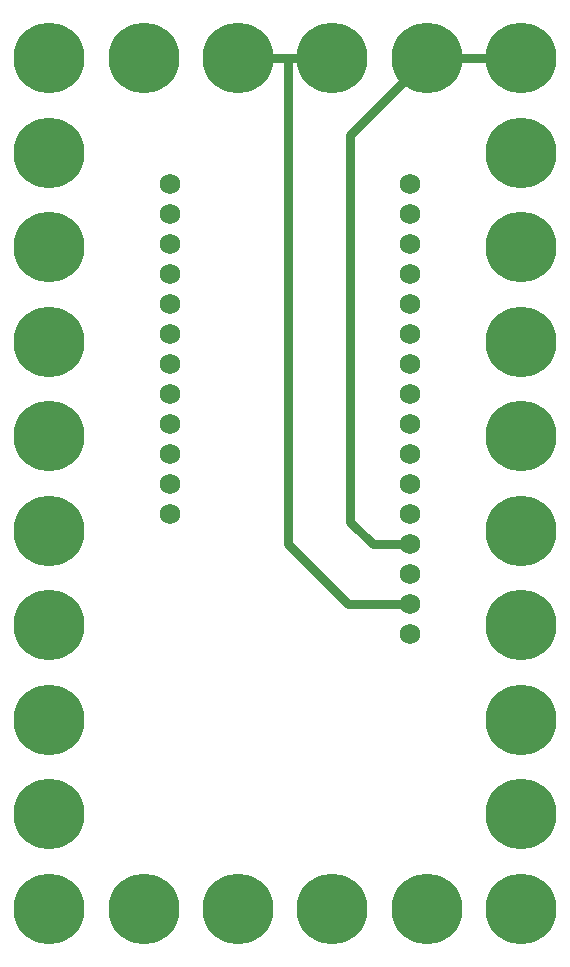
<source format=gbl>
%TF.GenerationSoftware,KiCad,Pcbnew,4.0.7-e2-6376~58~ubuntu16.04.1*%
%TF.CreationDate,2018-02-08T09:12:14-08:00*%
%TF.ProjectId,6x10-Feather-Bluefruit-LE,367831302D466561746865722D426C75,1.0*%
%TF.FileFunction,Copper,L2,Bot,Signal*%
%FSLAX46Y46*%
G04 Gerber Fmt 4.6, Leading zero omitted, Abs format (unit mm)*
G04 Created by KiCad (PCBNEW 4.0.7-e2-6376~58~ubuntu16.04.1) date Thu Feb  8 09:12:14 2018*
%MOMM*%
%LPD*%
G01*
G04 APERTURE LIST*
%ADD10C,0.350000*%
%ADD11C,1.727200*%
%ADD12C,6.000000*%
%ADD13C,0.762000*%
%ADD14C,0.350000*%
G04 APERTURE END LIST*
D10*
D11*
X57907800Y-75390600D03*
X57907800Y-72850600D03*
X57907800Y-70310600D03*
X57907800Y-65230600D03*
X57907800Y-62690600D03*
X57907800Y-60150600D03*
X57907800Y-57610600D03*
X57907800Y-55070600D03*
X57907800Y-52530600D03*
X57907800Y-49990600D03*
X57907800Y-47450600D03*
X57907800Y-44910600D03*
X57907800Y-42370600D03*
X57907800Y-39830600D03*
X37587800Y-39830600D03*
X37587800Y-47450600D03*
X37587800Y-52530600D03*
X37587800Y-49990600D03*
X37587800Y-62690600D03*
X37587800Y-60150600D03*
X37587800Y-57610600D03*
X37587800Y-55070600D03*
X37587800Y-65230600D03*
X37587800Y-42370600D03*
X37587800Y-44910600D03*
D12*
X27359800Y-66653600D03*
X27360800Y-74653600D03*
X27360800Y-90653600D03*
X27360800Y-58653600D03*
X27360800Y-82653600D03*
X27359800Y-50653600D03*
X27359800Y-42653600D03*
X27360800Y-98653600D03*
X35359800Y-98653600D03*
X43359800Y-98653600D03*
X59359800Y-98653600D03*
X43359800Y-26653600D03*
X51359800Y-26653600D03*
X27360800Y-26653600D03*
X35359800Y-26653600D03*
X67359800Y-26653600D03*
X67359800Y-42653600D03*
X67359800Y-50653600D03*
X67359800Y-58653600D03*
X67359800Y-66653600D03*
X67359800Y-74653600D03*
X67359800Y-82653600D03*
X67359800Y-90653600D03*
X67359800Y-98653600D03*
D11*
X37587800Y-37290600D03*
X57907800Y-37290600D03*
D12*
X27359800Y-34653600D03*
X67359800Y-34653600D03*
D11*
X57907800Y-67832100D03*
D12*
X51359800Y-98653600D03*
X59359800Y-26653600D03*
D13*
X47602440Y-67795440D02*
X52657600Y-72850600D01*
X52657600Y-72850600D02*
X57907800Y-72850600D01*
X47602440Y-26653600D02*
X47602440Y-67795440D01*
X43359800Y-26653600D02*
X47602440Y-26653600D01*
X47602440Y-26653600D02*
X51359800Y-26653600D01*
X59359800Y-26653600D02*
X52857400Y-33156000D01*
X52857400Y-33156000D02*
X52857400Y-65887600D01*
X52857400Y-65887600D02*
X54801900Y-67832100D01*
X54801900Y-67832100D02*
X57907800Y-67832100D01*
X59359800Y-26653600D02*
X63602440Y-26653600D01*
X63602440Y-26653600D02*
X67359800Y-26653600D01*
D14*
X57907800Y-75390600D03*
X57907800Y-72850600D03*
X57907800Y-70310600D03*
X57907800Y-65230600D03*
X57907800Y-62690600D03*
X57907800Y-60150600D03*
X57907800Y-57610600D03*
X57907800Y-55070600D03*
X57907800Y-52530600D03*
X57907800Y-49990600D03*
X57907800Y-47450600D03*
X57907800Y-44910600D03*
X57907800Y-42370600D03*
X57907800Y-39830600D03*
X37587800Y-39830600D03*
X37587800Y-47450600D03*
X37587800Y-52530600D03*
X37587800Y-49990600D03*
X37587800Y-62690600D03*
X37587800Y-60150600D03*
X37587800Y-57610600D03*
X37587800Y-55070600D03*
X37587800Y-65230600D03*
X37587800Y-42370600D03*
X37587800Y-44910600D03*
X27359800Y-66653600D03*
X27360800Y-74653600D03*
X27360800Y-90653600D03*
X27360800Y-58653600D03*
X27360800Y-82653600D03*
X27359800Y-50653600D03*
X27359800Y-42653600D03*
X27360800Y-98653600D03*
X35359800Y-98653600D03*
X43359800Y-98653600D03*
X59359800Y-98653600D03*
X43359800Y-26653600D03*
X51359800Y-26653600D03*
X27360800Y-26653600D03*
X35359800Y-26653600D03*
X67359800Y-26653600D03*
X67359800Y-42653600D03*
X67359800Y-50653600D03*
X67359800Y-58653600D03*
X67359800Y-66653600D03*
X67359800Y-74653600D03*
X67359800Y-82653600D03*
X67359800Y-90653600D03*
X67359800Y-98653600D03*
X37587800Y-37290600D03*
X57907800Y-37290600D03*
X27359800Y-34653600D03*
X67359800Y-34653600D03*
X57907800Y-67832100D03*
X51359800Y-98653600D03*
X59359800Y-26653600D03*
M02*

</source>
